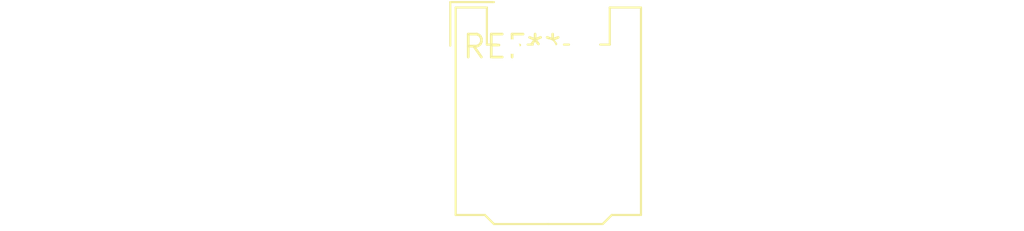
<source format=kicad_pcb>
(kicad_pcb (version 20240108) (generator pcbnew)
  (layers (0 "F.Cu" signal) (31 "B.Cu" signal) (34 "B.Paste" user) (35 "F.Paste" user) (36 "B.SilkS" user "B.Silkscreen") (37 "F.SilkS" user "F.Silkscreen") (38 "B.Mask" user) (39 "F.Mask" user) (44 "Edge.Cuts" user))
  (net 0 "")
  (footprint "Molex_MicroClasp_55935-0310_1x03_P2.00mm_Horizontal" (layer "F.Cu") (at 0 0)
    (property "Reference" "REF**")
    (property "Value" "Molex_MicroClasp_55935-0310_1x03_P2.00mm_Horizontal")
    (fp_line (start -3.41 -2.46) (end -1 -2.46) (layer "F.SilkS") (stroke (width 0.12)))
    (fp_line (start -3.41 -0.05) (end -3.41 -2.46) (layer "F.SilkS") (stroke (width 0.12)))
    (fp_line (start -3.11 -2.16) (end -1.39 -2.16) (layer "F.SilkS") (stroke (width 0.12)))
    (fp_line (start -3.11 9.31) (end -3.11 -2.16) (layer "F.SilkS") (stroke (width 0.12)))
    (fp_line (start -1.5 9.31) (end -3.11 9.31) (layer "F.SilkS") (stroke (width 0.12)))
    (fp_line (start -1.39 -2.16) (end -1.39 -0.11) (layer "F.SilkS") (stroke (width 0.12)))
    (fp_line (start -1.39 -0.11) (end -0.86 -0.11) (layer "F.SilkS") (stroke (width 0.12)))
    (fp_line (start -1 9.81) (end -1.5 9.31) (layer "F.SilkS") (stroke (width 0.12)))
    (fp_line (start 0.86 -0.11) (end 1.14 -0.11) (layer "F.SilkS") (stroke (width 0.12)))
    (fp_line (start 2 9.81) (end -1 9.81) (layer "F.SilkS") (stroke (width 0.12)))
    (fp_line (start 2 9.81) (end 5 9.81) (layer "F.SilkS") (stroke (width 0.12)))
    (fp_line (start 2.86 -0.11) (end 3.14 -0.11) (layer "F.SilkS") (stroke (width 0.12)))
    (fp_line (start 5 9.81) (end 5.5 9.31) (layer "F.SilkS") (stroke (width 0.12)))
    (fp_line (start 5.39 -2.16) (end 5.39 -0.11) (layer "F.SilkS") (stroke (width 0.12)))
    (fp_line (start 5.39 -0.11) (end 4.86 -0.11) (layer "F.SilkS") (stroke (width 0.12)))
    (fp_line (start 5.5 9.31) (end 7.11 9.31) (layer "F.SilkS") (stroke (width 0.12)))
    (fp_line (start 7.11 -2.16) (end 5.39 -2.16) (layer "F.SilkS") (stroke (width 0.12)))
    (fp_line (start 7.11 9.31) (end 7.11 -2.16) (layer "F.SilkS") (stroke (width 0.12)))
    (pad "" np_thru_hole circle (at -2 2.4) (size 1.2 1.2) (drill 1.2) (layers *.Cu *.Mask))
    (pad "" np_thru_hole circle (at 6 2.4) (size 1.2 1.2) (drill 1.2) (layers *.Cu *.Mask))
    (pad "1" thru_hole roundrect (at 0 0) (size 1.2 1.8) (drill 0.8) (layers *.Cu *.Mask) (remove_unused_layers) (roundrect_rratio 0.208333))
    (pad "2" thru_hole oval (at 2 0) (size 1.2 1.8) (drill 0.8) (layers *.Cu *.Mask) (remove_unused_layers))
    (pad "3" thru_hole oval (at 4 0) (size 1.2 1.8) (drill 0.8) (layers *.Cu *.Mask) (remove_unused_layers))
  )
)
</source>
